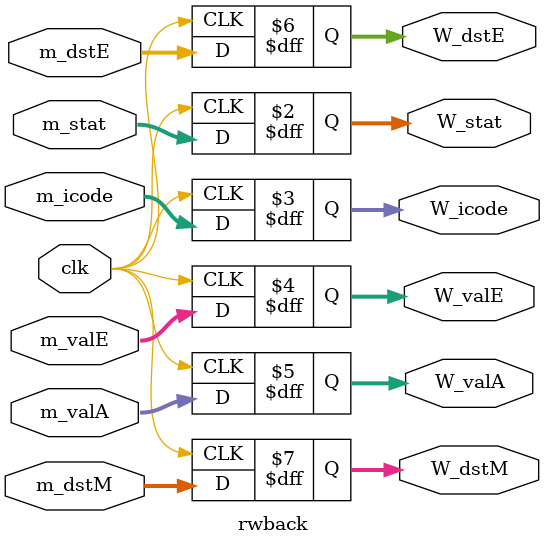
<source format=v>
module rwback(clk, W_stat, W_icode, W_valE, W_valA, W_dstE, W_dstM, m_stat, m_icode, m_valE, m_valA, m_dstE, m_dstM);

    input clk;
    input [3:0] m_stat;
    input [3:0] m_icode;
    input [63:0] m_valE, m_valA;
    input [3:0] m_dstE, m_dstM;
    output reg [3:0] W_stat;
    output reg [3:0] W_icode;  
    output reg [63:0] W_valE, W_valA;
    output reg [3:0] W_dstE, W_dstM;

    always @(posedge clk) begin
        W_stat <= m_stat;
        W_icode <= m_icode;
        W_valA <= m_valA;
        W_valE <= m_valE;
        W_dstE <= m_dstE;
        W_dstM <= m_dstM;
    end

endmodule
</source>
